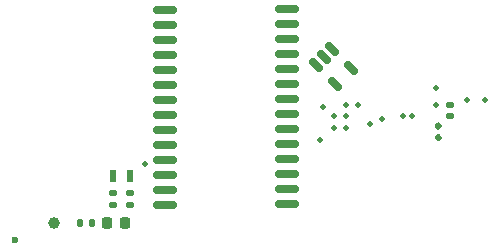
<source format=gbr>
%TF.GenerationSoftware,KiCad,Pcbnew,8.99.0-unknown-3024a7c569~178~ubuntu22.04.1*%
%TF.CreationDate,2024-05-13T18:01:12+10:00*%
%TF.ProjectId,MXBreakout,4d584272-6561-46b6-9f75-742e6b696361,rev?*%
%TF.SameCoordinates,Original*%
%TF.FileFunction,Soldermask,Top*%
%TF.FilePolarity,Negative*%
%FSLAX46Y46*%
G04 Gerber Fmt 4.6, Leading zero omitted, Abs format (unit mm)*
G04 Created by KiCad (PCBNEW 8.99.0-unknown-3024a7c569~178~ubuntu22.04.1) date 2024-05-13 18:01:12*
%MOMM*%
%LPD*%
G01*
G04 APERTURE LIST*
G04 Aperture macros list*
%AMRoundRect*
0 Rectangle with rounded corners*
0 $1 Rounding radius*
0 $2 $3 $4 $5 $6 $7 $8 $9 X,Y pos of 4 corners*
0 Add a 4 corners polygon primitive as box body*
4,1,4,$2,$3,$4,$5,$6,$7,$8,$9,$2,$3,0*
0 Add four circle primitives for the rounded corners*
1,1,$1+$1,$2,$3*
1,1,$1+$1,$4,$5*
1,1,$1+$1,$6,$7*
1,1,$1+$1,$8,$9*
0 Add four rect primitives between the rounded corners*
20,1,$1+$1,$2,$3,$4,$5,0*
20,1,$1+$1,$4,$5,$6,$7,0*
20,1,$1+$1,$6,$7,$8,$9,0*
20,1,$1+$1,$8,$9,$2,$3,0*%
G04 Aperture macros list end*
%ADD10C,0.325000*%
%ADD11R,0.600000X1.100000*%
%ADD12C,0.500000*%
%ADD13RoundRect,0.135000X0.135000X0.185000X-0.135000X0.185000X-0.135000X-0.185000X0.135000X-0.185000X0*%
%ADD14RoundRect,0.140000X0.170000X-0.140000X0.170000X0.140000X-0.170000X0.140000X-0.170000X-0.140000X0*%
%ADD15C,1.000000*%
%ADD16RoundRect,0.150000X-0.468458X0.256326X0.256326X-0.468458X0.468458X-0.256326X-0.256326X0.468458X0*%
%ADD17RoundRect,0.218750X0.218750X0.256250X-0.218750X0.256250X-0.218750X-0.256250X0.218750X-0.256250X0*%
%ADD18RoundRect,0.150000X0.875000X0.150000X-0.875000X0.150000X-0.875000X-0.150000X0.875000X-0.150000X0*%
%ADD19RoundRect,0.140000X-0.170000X0.140000X-0.170000X-0.140000X0.170000X-0.140000X0.170000X0.140000X0*%
%ADD20C,0.600000*%
G04 APERTURE END LIST*
D10*
X81962500Y-54800000D02*
G75*
G02*
X81637500Y-54800000I-162500J0D01*
G01*
X81637500Y-54800000D02*
G75*
G02*
X81962500Y-54800000I162500J0D01*
G01*
X81962500Y-55800000D02*
G75*
G02*
X81637500Y-55800000I-162500J0D01*
G01*
X81637500Y-55800000D02*
G75*
G02*
X81962500Y-55800000I162500J0D01*
G01*
D11*
%TO.C,Y1*%
X54300000Y-59025000D03*
X55700000Y-59025000D03*
%TD*%
D12*
%TO.C,TP3*%
X84250000Y-52625000D03*
%TD*%
D13*
%TO.C,R1*%
X52487500Y-63025000D03*
X51467500Y-63025000D03*
%TD*%
D12*
%TO.C,TP3*%
X85750000Y-52625000D03*
%TD*%
D14*
%TO.C,C2*%
X54250000Y-61480000D03*
X54250000Y-60520000D03*
%TD*%
D15*
%TO.C,TP1*%
X49250000Y-63000000D03*
%TD*%
D12*
%TO.C,TP6*%
X76000000Y-54600000D03*
%TD*%
%TO.C,TP15*%
X72000000Y-53200000D03*
%TD*%
D16*
%TO.C,U10*%
X72796751Y-48303249D03*
X72125000Y-48975000D03*
X71453249Y-49646751D03*
X73061917Y-51255419D03*
X74405419Y-49911917D03*
%TD*%
D14*
%TO.C,C1*%
X55700000Y-61480000D03*
X55700000Y-60520000D03*
%TD*%
D17*
%TO.C,D1*%
X55287500Y-63000000D03*
X53712500Y-63000000D03*
%TD*%
D12*
%TO.C,TP13*%
X81600000Y-51600000D03*
%TD*%
%TO.C,TP7*%
X74000000Y-53000000D03*
%TD*%
%TO.C,TP3*%
X57000000Y-58000000D03*
%TD*%
%TO.C,TP11*%
X77000000Y-54200000D03*
%TD*%
%TO.C,TP5*%
X73000000Y-55000000D03*
%TD*%
D18*
%TO.C,U1*%
X69000000Y-61450000D03*
X69000000Y-60180000D03*
X69000000Y-58910000D03*
X69000000Y-57640000D03*
X69000000Y-56370000D03*
X69000000Y-55100000D03*
X69000000Y-53830000D03*
X69000000Y-52560000D03*
X69000000Y-51290000D03*
X69000000Y-50020000D03*
X69000000Y-48750000D03*
X69000000Y-47480000D03*
X69000000Y-46210000D03*
X69000000Y-44940000D03*
X58700000Y-44945000D03*
X58700000Y-46215000D03*
X58700000Y-47485000D03*
X58700000Y-48755000D03*
X58700000Y-50025000D03*
X58700000Y-51295000D03*
X58700000Y-52565000D03*
X58700000Y-53835000D03*
X58700000Y-55105000D03*
X58700000Y-56375000D03*
X58700000Y-57645000D03*
X58700000Y-58915000D03*
X58700000Y-60185000D03*
X58700000Y-61455000D03*
%TD*%
D12*
%TO.C,TP16*%
X71750000Y-56000000D03*
%TD*%
%TO.C,TP12*%
X81600000Y-53000000D03*
%TD*%
D19*
%TO.C,C3*%
X82800000Y-53040000D03*
X82800000Y-54000000D03*
%TD*%
D20*
%TO.C,REF\u002A\u002A*%
X46000000Y-64500000D03*
%TD*%
D12*
%TO.C,TP3*%
X79600000Y-54000000D03*
%TD*%
%TO.C,TP17*%
X74000000Y-55000000D03*
%TD*%
%TO.C,TP2*%
X74000000Y-54000000D03*
%TD*%
%TO.C,TP10*%
X75000000Y-53000000D03*
%TD*%
%TO.C,TP4*%
X78800000Y-54000000D03*
%TD*%
%TO.C,TP14*%
X73000000Y-54000000D03*
%TD*%
M02*

</source>
